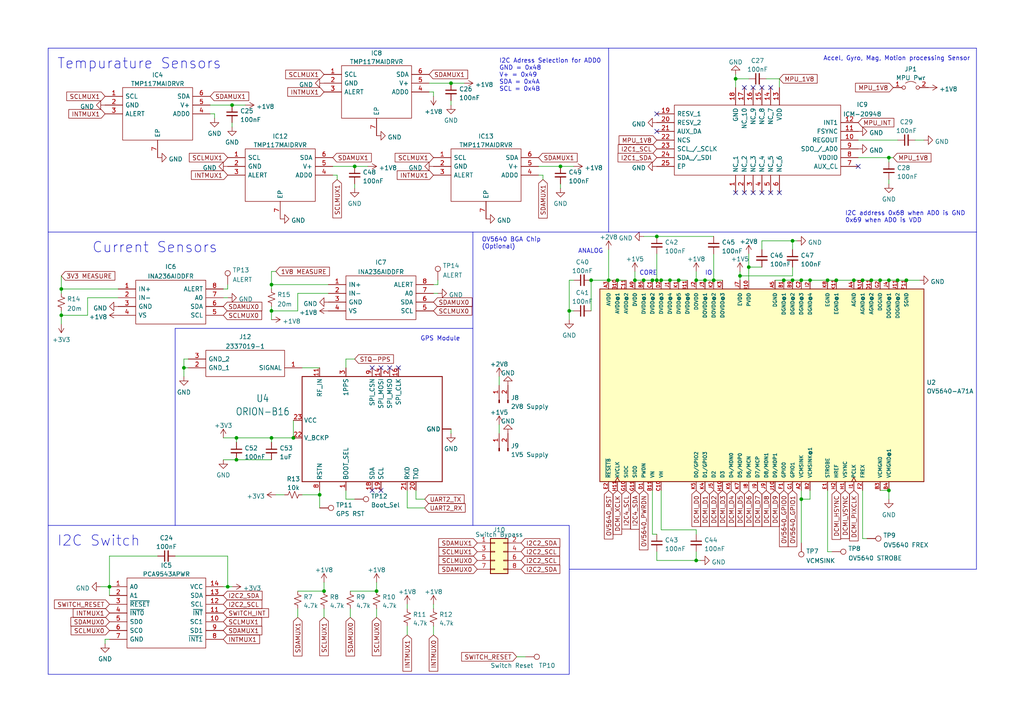
<source format=kicad_sch>
(kicad_sch (version 20230121) (generator eeschema)
  (paper "A4")
  (title_block (title "OBC Prototype Development Board") (date "2023-02-14") (rev "Rev1"))
  (junction (at 68.58 127))
  (junction (at 93.98 171.45))
  (junction (at 252.73 81.28))
  (junction (at 67.31 30.48))
  (junction (at 17.78 83.82))
  (junction (at 78.74 127))
  (junction (at 85.09 127))
  (junction (at 217.17 77.47))
  (junction (at 257.81 142.24))
  (junction (at 229.87 81.28))
  (junction (at 109.22 171.45))
  (junction (at 257.81 81.28))
  (junction (at 204.47 81.28))
  (junction (at 31.75 170.18))
  (junction (at 17.78 91.44))
  (junction (at 191.77 81.28))
  (junction (at 68.58 133.35))
  (junction (at 179.07 81.28))
  (junction (at 262.89 81.28))
  (junction (at 232.41 144.78))
  (junction (at 190.5 68.58))
  (junction (at 255.27 81.28))
  (junction (at 196.85 81.28))
  (junction (at 176.53 81.28))
  (junction (at 92.71 143.51))
  (junction (at 229.87 69.85))
  (junction (at 257.81 45.72))
  (junction (at 260.35 81.28))
  (junction (at 189.23 81.28))
  (junction (at 213.36 22.86))
  (junction (at 184.15 81.28))
  (junction (at 240.03 81.28))
  (junction (at 250.19 81.28))
  (junction (at 130.81 24.13))
  (junction (at 247.65 81.28))
  (junction (at 234.95 81.28))
  (junction (at 227.33 81.28))
  (junction (at 242.57 81.28))
  (junction (at 78.74 90.17))
  (junction (at 214.63 80.01))
  (junction (at 232.41 81.28))
  (junction (at 53.34 106.68))
  (junction (at 190.5 81.28))
  (junction (at 207.01 81.28))
  (junction (at 102.87 48.26))
  (junction (at 162.56 48.26))
  (junction (at 201.93 81.28))
  (junction (at 165.1 90.17))
  (junction (at 171.45 81.28))
  (junction (at 78.74 82.55))
  (junction (at 201.93 162.56))
  (junction (at 194.31 81.28))
  (junction (at 186.69 81.28))
  (junction (at 66.04 170.18))
  (no_connect (at 110.49 106.68))
  (no_connect (at 190.5 38.1))
  (no_connect (at 107.95 142.24))
  (no_connect (at 110.49 142.24))
  (no_connect (at 223.52 25.4))
  (no_connect (at 220.98 55.88))
  (no_connect (at 218.44 55.88))
  (no_connect (at 107.95 106.68))
  (no_connect (at 215.9 55.88))
  (no_connect (at 215.9 25.4))
  (no_connect (at 190.5 33.02))
  (no_connect (at 220.98 25.4))
  (no_connect (at 213.36 55.88))
  (no_connect (at 226.06 55.88))
  (no_connect (at 248.92 48.26))
  (no_connect (at 223.52 55.88))
  (no_connect (at 113.03 106.68))
  (no_connect (at 115.57 106.68))
  (no_connect (at 218.44 25.4))
  (wire (pts (xy 257.81 144.78) (xy 257.81 142.24)))
  (wire (pts (xy 232.41 81.28) (xy 234.95 81.28)))
  (wire (pts (xy 54.61 106.68) (xy 53.34 106.68)))
  (wire (pts (xy 232.41 144.78) (xy 232.41 157.48)))
  (wire (pts (xy 25.4 86.36) (xy 25.4 91.44)))
  (wire (pts (xy 144.78 123.19) (xy 144.78 125.73)))
  (wire (pts (xy 85.09 121.92) (xy 85.09 127)))
  (wire (pts (xy 92.71 143.51) (xy 92.71 147.32)))
  (wire (pts (xy 217.17 77.47) (xy 217.17 81.28)))
  (wire (pts (xy 255.27 142.24) (xy 257.81 142.24)))
  (wire (pts (xy 30.48 185.42) (xy 31.75 185.42)))
  (wire (pts (xy 229.87 69.85) (xy 231.14 69.85)))
  (wire (pts (xy 78.74 78.74) (xy 78.74 82.55)))
  (wire (pts (xy 190.5 160.02) (xy 190.5 162.56)))
  (wire (pts (xy 62.23 34.29) (xy 62.23 33.02)))
  (wire (pts (xy 102.87 53.34) (xy 102.87 54.61)))
  (wire (pts (xy 66.04 161.29) (xy 50.8 161.29)))
  (wire (pts (xy 162.56 48.26) (xy 166.37 48.26)))
  (wire (pts (xy 102.87 48.26) (xy 106.68 48.26)))
  (polyline (pts (xy 176.53 13.97) (xy 176.53 67.31)))
  (wire (pts (xy 64.77 133.35) (xy 68.58 133.35)))
  (wire (pts (xy 109.22 176.53) (xy 109.22 179.07)))
  (wire (pts (xy 120.65 144.78) (xy 123.19 144.78)))
  (wire (pts (xy 67.31 35.56) (xy 67.31 36.83)))
  (wire (pts (xy 127 81.28) (xy 127 82.55)))
  (wire (pts (xy 68.58 127) (xy 78.74 127)))
  (wire (pts (xy 157.48 50.8) (xy 156.21 50.8)))
  (wire (pts (xy 152.4 190.5) (xy 149.86 190.5)))
  (wire (pts (xy 96.52 48.26) (xy 102.87 48.26)))
  (wire (pts (xy 201.93 153.67) (xy 201.93 154.94)))
  (polyline (pts (xy 13.97 195.58) (xy 165.1 195.58)))
  (wire (pts (xy 100.33 104.14) (xy 100.33 106.68)))
  (wire (pts (xy 229.87 81.28) (xy 232.41 81.28)))
  (wire (pts (xy 201.93 78.74) (xy 201.93 81.28)))
  (wire (pts (xy 124.46 24.13) (xy 130.81 24.13)))
  (wire (pts (xy 217.17 73.66) (xy 217.17 77.47)))
  (wire (pts (xy 189.23 142.24) (xy 189.23 154.94)))
  (wire (pts (xy 118.11 181.61) (xy 118.11 184.15)))
  (wire (pts (xy 30.48 186.69) (xy 30.48 185.42)))
  (wire (pts (xy 101.6 176.53) (xy 101.6 179.07)))
  (wire (pts (xy 209.55 81.28) (xy 207.01 81.28)))
  (wire (pts (xy 86.36 176.53) (xy 86.36 179.07)))
  (wire (pts (xy 214.63 78.74) (xy 214.63 80.01)))
  (wire (pts (xy 100.33 142.24) (xy 100.33 144.78)))
  (wire (pts (xy 109.22 168.91) (xy 109.22 171.45)))
  (wire (pts (xy 184.15 78.74) (xy 184.15 81.28)))
  (wire (pts (xy 165.1 90.17) (xy 165.1 92.71)))
  (polyline (pts (xy 13.97 13.97) (xy 176.53 13.97)))
  (wire (pts (xy 95.25 82.55) (xy 78.74 82.55)))
  (wire (pts (xy 87.63 143.51) (xy 92.71 143.51)))
  (wire (pts (xy 257.81 81.28) (xy 260.35 81.28)))
  (wire (pts (xy 127 85.09) (xy 125.73 85.09)))
  (wire (pts (xy 248.92 40.64) (xy 260.35 40.64)))
  (wire (pts (xy 252.73 81.28) (xy 255.27 81.28)))
  (wire (pts (xy 130.81 24.13) (xy 134.62 24.13)))
  (wire (pts (xy 86.36 85.09) (xy 95.25 85.09)))
  (wire (pts (xy 92.71 142.24) (xy 92.71 143.51)))
  (wire (pts (xy 250.19 156.21) (xy 251.46 156.21)))
  (wire (pts (xy 97.79 50.8) (xy 96.52 50.8)))
  (wire (pts (xy 220.98 72.39) (xy 220.98 69.85)))
  (wire (pts (xy 17.78 85.09) (xy 17.78 83.82)))
  (wire (pts (xy 189.23 154.94) (xy 190.5 154.94)))
  (wire (pts (xy 257.81 45.72) (xy 257.81 46.99)))
  (wire (pts (xy 201.93 162.56) (xy 203.2 162.56)))
  (wire (pts (xy 97.79 52.07) (xy 97.79 50.8)))
  (wire (pts (xy 220.98 69.85) (xy 229.87 69.85)))
  (wire (pts (xy 125.73 27.94) (xy 125.73 26.67)))
  (wire (pts (xy 255.27 81.28) (xy 257.81 81.28)))
  (wire (pts (xy 78.74 83.82) (xy 78.74 82.55)))
  (wire (pts (xy 207.01 81.28) (xy 204.47 81.28)))
  (wire (pts (xy 93.98 176.53) (xy 93.98 179.07)))
  (wire (pts (xy 127 82.55) (xy 125.73 82.55)))
  (polyline (pts (xy 50.8 95.25) (xy 50.8 152.4)))
  (wire (pts (xy 29.21 170.18) (xy 31.75 170.18)))
  (wire (pts (xy 250.19 142.24) (xy 250.19 156.21)))
  (polyline (pts (xy 176.53 67.31) (xy 283.21 67.31)))
  (wire (pts (xy 190.5 68.58) (xy 186.69 68.58)))
  (wire (pts (xy 118.11 142.24) (xy 118.11 147.32)))
  (polyline (pts (xy 13.97 67.31) (xy 13.97 152.4)))
  (wire (pts (xy 17.78 91.44) (xy 17.78 90.17)))
  (wire (pts (xy 78.74 127) (xy 78.74 128.27)))
  (polyline (pts (xy 137.16 95.25) (xy 50.8 95.25)))
  (polyline (pts (xy 283.21 67.31) (xy 283.21 165.1)))
  (wire (pts (xy 176.53 81.28) (xy 179.07 81.28)))
  (wire (pts (xy 25.4 86.36) (xy 34.29 86.36)))
  (wire (pts (xy 125.73 26.67) (xy 124.46 26.67)))
  (wire (pts (xy 199.39 81.28) (xy 196.85 81.28)))
  (wire (pts (xy 66.04 86.36) (xy 64.77 86.36)))
  (wire (pts (xy 31.75 161.29) (xy 31.75 170.18)))
  (wire (pts (xy 250.19 81.28) (xy 252.73 81.28)))
  (wire (pts (xy 66.04 170.18) (xy 67.31 170.18)))
  (wire (pts (xy 68.58 127) (xy 68.58 128.27)))
  (wire (pts (xy 130.81 29.21) (xy 130.81 30.48)))
  (wire (pts (xy 248.92 45.72) (xy 257.81 45.72)))
  (polyline (pts (xy 13.97 195.58) (xy 13.97 152.4)))
  (wire (pts (xy 214.63 80.01) (xy 229.87 80.01)))
  (wire (pts (xy 213.36 22.86) (xy 217.17 22.86)))
  (wire (pts (xy 86.36 85.09) (xy 86.36 90.17)))
  (wire (pts (xy 144.78 109.22) (xy 144.78 111.76)))
  (wire (pts (xy 204.47 81.28) (xy 201.93 81.28)))
  (wire (pts (xy 191.77 142.24) (xy 191.77 153.67)))
  (wire (pts (xy 123.19 147.32) (xy 118.11 147.32)))
  (wire (pts (xy 171.45 90.17) (xy 171.45 81.28)))
  (wire (pts (xy 240.03 142.24) (xy 240.03 160.02)))
  (polyline (pts (xy 283.21 165.1) (xy 165.1 165.1)))
  (polyline (pts (xy 176.53 67.31) (xy 13.97 67.31)))
  (wire (pts (xy 186.69 81.28) (xy 184.15 81.28)))
  (wire (pts (xy 190.5 81.28) (xy 189.23 81.28)))
  (wire (pts (xy 240.03 160.02) (xy 241.3 160.02)))
  (wire (pts (xy 118.11 175.26) (xy 118.11 176.53)))
  (wire (pts (xy 165.1 81.28) (xy 165.1 90.17)))
  (wire (pts (xy 242.57 81.28) (xy 247.65 81.28)))
  (wire (pts (xy 125.73 175.26) (xy 125.73 176.53)))
  (wire (pts (xy 220.98 77.47) (xy 217.17 77.47)))
  (wire (pts (xy 232.41 142.24) (xy 232.41 144.78)))
  (wire (pts (xy 31.75 170.18) (xy 31.75 172.72)))
  (wire (pts (xy 207.01 73.66) (xy 207.01 81.28)))
  (wire (pts (xy 45.72 161.29) (xy 31.75 161.29)))
  (wire (pts (xy 101.6 171.45) (xy 109.22 171.45)))
  (wire (pts (xy 93.98 168.91) (xy 93.98 171.45)))
  (wire (pts (xy 207.01 68.58) (xy 190.5 68.58)))
  (wire (pts (xy 54.61 104.14) (xy 53.34 104.14)))
  (wire (pts (xy 196.85 81.28) (xy 194.31 81.28)))
  (wire (pts (xy 260.35 81.28) (xy 262.89 81.28)))
  (wire (pts (xy 120.65 142.24) (xy 120.65 144.78)))
  (wire (pts (xy 64.77 127) (xy 68.58 127)))
  (wire (pts (xy 229.87 80.01) (xy 229.87 77.47)))
  (wire (pts (xy 226.06 22.86) (xy 226.06 25.4)))
  (wire (pts (xy 234.95 142.24) (xy 234.95 144.78)))
  (wire (pts (xy 162.56 53.34) (xy 162.56 54.61)))
  (polyline (pts (xy 283.21 13.97) (xy 176.53 13.97)))
  (wire (pts (xy 64.77 170.18) (xy 66.04 170.18)))
  (wire (pts (xy 60.96 30.48) (xy 67.31 30.48)))
  (wire (pts (xy 102.87 104.14) (xy 100.33 104.14)))
  (wire (pts (xy 17.78 83.82) (xy 17.78 80.01)))
  (wire (pts (xy 190.5 162.56) (xy 201.93 162.56)))
  (polyline (pts (xy 283.21 13.97) (xy 283.21 67.31)))
  (wire (pts (xy 17.78 93.98) (xy 17.78 91.44)))
  (polyline (pts (xy 137.16 67.31) (xy 137.16 152.4)))
  (wire (pts (xy 86.36 171.45) (xy 93.98 171.45)))
  (wire (pts (xy 227.33 81.28) (xy 229.87 81.28)))
  (wire (pts (xy 194.31 81.28) (xy 191.77 81.28)))
  (wire (pts (xy 247.65 81.28) (xy 250.19 81.28)))
  (wire (pts (xy 191.77 153.67) (xy 201.93 153.67)))
  (polyline (pts (xy 13.97 67.31) (xy 13.97 13.97)))
  (wire (pts (xy 92.71 106.68) (xy 87.63 106.68)))
  (wire (pts (xy 191.77 81.28) (xy 190.5 81.28)))
  (wire (pts (xy 78.74 92.71) (xy 78.74 90.17)))
  (wire (pts (xy 62.23 33.02) (xy 60.96 33.02)))
  (wire (pts (xy 262.89 81.28) (xy 266.7 81.28)))
  (wire (pts (xy 156.21 48.26) (xy 162.56 48.26)))
  (wire (pts (xy 100.33 144.78) (xy 102.87 144.78)))
  (wire (pts (xy 179.07 81.28) (xy 181.61 81.28)))
  (wire (pts (xy 53.34 106.68) (xy 53.34 109.22)))
  (wire (pts (xy 190.5 73.66) (xy 190.5 81.28)))
  (wire (pts (xy 66.04 170.18) (xy 66.04 161.29)))
  (wire (pts (xy 80.01 143.51) (xy 82.55 143.51)))
  (wire (pts (xy 86.36 90.17) (xy 78.74 90.17)))
  (wire (pts (xy 222.25 22.86) (xy 226.06 22.86)))
  (wire (pts (xy 34.29 83.82) (xy 17.78 83.82)))
  (wire (pts (xy 66.04 83.82) (xy 64.77 83.82)))
  (wire (pts (xy 166.37 90.17) (xy 165.1 90.17)))
  (wire (pts (xy 240.03 81.28) (xy 242.57 81.28)))
  (wire (pts (xy 130.81 125.73) (xy 130.81 124.46)))
  (polyline (pts (xy 13.97 152.4) (xy 165.1 152.4)))
  (polyline (pts (xy 165.1 152.4) (xy 165.1 195.58)))
  (wire (pts (xy 125.73 181.61) (xy 125.73 184.15)))
  (wire (pts (xy 213.36 22.86) (xy 213.36 25.4)))
  (wire (pts (xy 265.43 40.64) (xy 267.97 40.64)))
  (wire (pts (xy 201.93 160.02) (xy 201.93 162.56)))
  (wire (pts (xy 66.04 82.55) (xy 66.04 83.82)))
  (wire (pts (xy 67.31 30.48) (xy 71.12 30.48)))
  (wire (pts (xy 176.53 72.39) (xy 176.53 81.28)))
  (wire (pts (xy 189.23 81.28) (xy 186.69 81.28)))
  (wire (pts (xy 157.48 52.07) (xy 157.48 50.8)))
  (wire (pts (xy 78.74 90.17) (xy 78.74 88.9)))
  (wire (pts (xy 229.87 72.39) (xy 229.87 69.85)))
  (wire (pts (xy 224.79 81.28) (xy 227.33 81.28)))
  (wire (pts (xy 257.81 52.07) (xy 257.81 53.34)))
  (wire (pts (xy 214.63 80.01) (xy 214.63 81.28)))
  (wire (pts (xy 257.81 45.72) (xy 259.08 45.72)))
  (wire (pts (xy 176.53 81.28) (xy 171.45 81.28)))
  (wire (pts (xy 166.37 81.28) (xy 165.1 81.28)))
  (wire (pts (xy 53.34 104.14) (xy 53.34 106.68)))
  (wire (pts (xy 68.58 133.35) (xy 78.74 133.35)))
  (wire (pts (xy 78.74 127) (xy 85.09 127)))
  (wire (pts (xy 213.36 21.59) (xy 213.36 22.86)))
  (wire (pts (xy 234.95 144.78) (xy 232.41 144.78)))
  (wire (pts (xy 80.01 78.74) (xy 78.74 78.74)))
  (wire (pts (xy 234.95 81.28) (xy 240.03 81.28)))
  (wire (pts (xy 25.4 91.44) (xy 17.78 91.44)))
  (text "ANALOG" (at 167.64 73.66 0) (effects (font (size 1.27 1.27)) (justify left bottom)))
  (text "Accel, Gyro, Mag, Motion processing Sensor\n" (at 238.76 17.78 0) (effects (font (size 1.27 1.27)) (justify left bottom)))
  (text "IO" (at 204.47 80.01 0) (effects (font (size 1.27 1.27)) (justify left bottom)))
  (text "I2C Adress Selection for ADD0\nGND = 0x48\nV+ = 0x49\nSDA = 0x4A\nSCL = 0x4B" (at 144.78 26.67 0) (effects (font (size 1.27 1.27)) (justify left bottom)))
  (text "Tempurature Sensors" (at 16.51 20.32 0) (effects (font (size 3 3)) (justify left bottom)))
  (text "I2C address 0x68 when AD0 is GND\n0x69 when AD0 is VDD" (at 245.11 64.77 0) (effects (font (size 1.27 1.27)) (justify left bottom)))
  (text "OV5640 BGA Chip\n(Optional)" (at 139.7 72.39 0) (effects (font (size 1.27 1.27)) (justify left bottom)))
  (text "GPS Module" (at 121.92 99.06 0) (effects (font (size 1.27 1.27)) (justify left bottom)))
  (text "Current Sensors" (at 26.67 73.66 0) (effects (font (size 3 3)) (justify left bottom)))
  (text "I2C Switch" (at 16.51 158.75 0) (effects (font (size 3 3)) (justify left bottom)))
  (text "CORE" (at 185.42 80.01 0) (effects (font (size 1.27 1.27)) (justify left bottom)))
  (global_label "DCMI_D4" (shape input) (at 212.09 142.24 270) (property "Intersheetrefs" "${INTERSHEET_REFS}" (effects hide)))
  (global_label "DCMI_D7" (shape input) (at 219.71 142.24 270) (property "Intersheetrefs" "${INTERSHEET_REFS}" (effects hide)))
  (global_label "DCMI_D5" (shape input) (at 214.63 142.24 270) (property "Intersheetrefs" "${INTERSHEET_REFS}" (effects hide)))
  (global_label "SCLMUX1" (shape input) (at 93.98 179.07 270) (property "Intersheetrefs" "${INTERSHEET_REFS}" (effects hide)))
  (global_label "OV5640_RST" (shape input) (at 176.53 142.24 270) (property "Intersheetrefs" "${INTERSHEET_REFS}" (effects hide)))
  (global_label "DCMI_XCLK" (shape input) (at 179.07 142.24 270) (property "Intersheetrefs" "${INTERSHEET_REFS}" (effects hide)))
  (global_label "SCLMUX0" (shape input) (at 31.75 182.88 180) (property "Intersheetrefs" "${INTERSHEET_REFS}" (effects hide)))
  (global_label "SWITCH_RESET" (shape input) (at 149.86 190.5 180) (property "Intersheetrefs" "${INTERSHEET_REFS}" (effects hide)))
  (global_label "SCLMUX1" (shape input) (at 97.79 52.07 270) (property "Intersheetrefs" "${INTERSHEET_REFS}" (effects hide)))
  (global_label "MPU_1V8" (shape input) (at 259.08 45.72 0) (property "Intersheetrefs" "${INTERSHEET_REFS}" (effects hide)))
  (global_label "INTMUX1" (shape input) (at 66.04 50.8 180) (property "Intersheetrefs" "${INTERSHEET_REFS}" (effects hide)))
  (global_label "UART2_RX" (shape input) (at 123.19 147.32 0) (property "Intersheetrefs" "${INTERSHEET_REFS}" (effects hide)))
  (global_label "SWITCH_INT" (shape input) (at 64.77 177.8 0) (property "Intersheetrefs" "${INTERSHEET_REFS}" (effects hide)))
  (global_label "SCLMUX1" (shape input) (at 93.98 21.59 180) (property "Intersheetrefs" "${INTERSHEET_REFS}" (effects hide)))
  (global_label "DCMI_D0" (shape input) (at 201.93 142.24 270) (property "Intersheetrefs" "${INTERSHEET_REFS}" (effects hide)))
  (global_label "OV5640_GPIO0" (shape input) (at 227.33 142.24 270) (property "Intersheetrefs" "${INTERSHEET_REFS}" (effects hide)))
  (global_label "DCMI_VSYNC" (shape input) (at 245.11 142.24 270) (property "Intersheetrefs" "${INTERSHEET_REFS}" (effects hide)))
  (global_label "3V3 MEASURE" (shape input) (at 17.78 80.01 0) (property "Intersheetrefs" "${INTERSHEET_REFS}" (effects hide)))
  (global_label "SCLMUX0" (shape input) (at 125.73 90.17 0) (property "Intersheetrefs" "${INTERSHEET_REFS}" (effects hide)))
  (global_label "SDAMUX0" (shape input) (at 31.75 180.34 180) (property "Intersheetrefs" "${INTERSHEET_REFS}" (effects hide)))
  (global_label "SDAMUX1" (shape input) (at 86.36 179.07 270) (property "Intersheetrefs" "${INTERSHEET_REFS}" (effects hide)))
  (global_label "SDAMUX0" (shape input) (at 101.6 179.07 270) (property "Intersheetrefs" "${INTERSHEET_REFS}" (effects hide)))
  (global_label "INTMUX1" (shape input) (at 118.11 184.15 270) (property "Intersheetrefs" "${INTERSHEET_REFS}" (effects hide)))
  (global_label "SDAMUX1" (shape input) (at 156.21 45.72 0) (property "Intersheetrefs" "${INTERSHEET_REFS}" (effects hide)))
  (global_label "DCMI_D2" (shape input) (at 207.01 142.24 270) (property "Intersheetrefs" "${INTERSHEET_REFS}" (effects hide)))
  (global_label "SDAMUX0" (shape input) (at 64.77 88.9 0) (property "Intersheetrefs" "${INTERSHEET_REFS}" (effects hide)))
  (global_label "MPU_1V8" (shape input) (at 226.06 22.86 0) (property "Intersheetrefs" "${INTERSHEET_REFS}" (effects hide)))
  (global_label "I2C1_SCL" (shape input) (at 190.5 43.18 180) (property "Intersheetrefs" "${INTERSHEET_REFS}" (effects hide)))
  (global_label "SCLMUX1" (shape input) (at 30.48 27.94 180) (property "Intersheetrefs" "${INTERSHEET_REFS}" (effects hide)))
  (global_label "OV5640_PWRDN" (shape input) (at 186.69 142.24 270) (property "Intersheetrefs" "${INTERSHEET_REFS}" (effects hide)))
  (global_label "SDAMUX1" (shape input) (at 64.77 182.88 0) (property "Intersheetrefs" "${INTERSHEET_REFS}" (effects hide)))
  (global_label "SCLMUX1" (shape input) (at 125.73 45.72 180) (property "Intersheetrefs" "${INTERSHEET_REFS}" (effects hide)))
  (global_label "DCMI_D3" (shape input) (at 209.55 142.24 270) (property "Intersheetrefs" "${INTERSHEET_REFS}" (effects hide)))
  (global_label "INTMUX1" (shape input) (at 125.73 50.8 180) (property "Intersheetrefs" "${INTERSHEET_REFS}" (effects hide)))
  (global_label "DCMI_D9" (shape input) (at 224.79 142.24 270) (property "Intersheetrefs" "${INTERSHEET_REFS}" (effects hide)))
  (global_label "DCMI_HSYNC" (shape input) (at 242.57 142.24 270) (property "Intersheetrefs" "${INTERSHEET_REFS}" (effects hide)))
  (global_label "SDAMUX1" (shape input) (at 138.43 157.48 180) (property "Intersheetrefs" "${INTERSHEET_REFS}" (effects hide)))
  (global_label "OV5640_GPIO1" (shape input) (at 229.87 142.24 270) (property "Intersheetrefs" "${INTERSHEET_REFS}" (effects hide)))
  (global_label "DCMI_D8" (shape input) (at 222.25 142.24 270) (property "Intersheetrefs" "${INTERSHEET_REFS}" (effects hide)))
  (global_label "DCMI_D6" (shape input) (at 217.17 142.24 270) (property "Intersheetrefs" "${INTERSHEET_REFS}" (effects hide)))
  (global_label "I2C2_SDA" (shape input) (at 151.13 165.1 0) (property "Intersheetrefs" "${INTERSHEET_REFS}" (effects hide)))
  (global_label "I2C2_SDA" (shape input) (at 151.13 157.48 0) (property "Intersheetrefs" "${INTERSHEET_REFS}" (effects hide)))
  (global_label "MPU_1V8" (shape input) (at 259.08 25.4 180) (property "Intersheetrefs" "${INTERSHEET_REFS}" (effects hide)))
  (global_label "INTMUX1" (shape input) (at 30.48 33.02 180) (property "Intersheetrefs" "${INTERSHEET_REFS}" (effects hide)))
  (global_label "SDAMUX0" (shape input) (at 138.43 165.1 180) (property "Intersheetrefs" "${INTERSHEET_REFS}" (effects hide)))
  (global_label "SCLMUX1" (shape input) (at 138.43 160.02 180) (property "Intersheetrefs" "${INTERSHEET_REFS}" (effects hide)))
  (global_label "I2C2_SDA" (shape input) (at 64.77 172.72 0) (property "Intersheetrefs" "${INTERSHEET_REFS}" (effects hide)))
  (global_label "UART2_TX" (shape input) (at 123.19 144.78 0) (property "Intersheetrefs" "${INTERSHEET_REFS}" (effects hide)))
  (global_label "I2C1_SDA" (shape input) (at 190.5 45.72 180) (property "Intersheetrefs" "${INTERSHEET_REFS}" (effects hide)))
  (global_label "INTMUX0" (shape input) (at 125.73 184.15 270) (property "Intersheetrefs" "${INTERSHEET_REFS}" (effects hide)))
  (global_label "I2C4_SDA" (shape input) (at 184.15 142.24 270) (property "Intersheetrefs" "${INTERSHEET_REFS}" (effects hide)))
  (global_label "SDAMUX1" (shape input) (at 96.52 45.72 0) (property "Intersheetrefs" "${INTERSHEET_REFS}" (effects hide)))
  (global_label "1V8 MEASURE" (shape input) (at 80.01 78.74 0) (property "Intersheetrefs" "${INTERSHEET_REFS}" (effects hide)))
  (global_label "INTMUX1" (shape input) (at 64.77 185.42 0) (property "Intersheetrefs" "${INTERSHEET_REFS}" (effects hide)))
  (global_label "MPU_1V8" (shape input) (at 190.5 40.64 180) (property "Intersheetrefs" "${INTERSHEET_REFS}" (effects hide)))
  (global_label "INTMUX1" (shape input) (at 93.98 26.67 180) (property "Intersheetrefs" "${INTERSHEET_REFS}" (effects hide)))
  (global_label "INTMUX1" (shape input) (at 31.75 177.8 180) (property "Intersheetrefs" "${INTERSHEET_REFS}" (effects hide)))
  (global_label "SDAMUX1" (shape input) (at 157.48 52.07 270) (property "Intersheetrefs" "${INTERSHEET_REFS}" (effects hide)))
  (global_label "SCLMUX0" (shape input) (at 64.77 91.44 0) (property "Intersheetrefs" "${INTERSHEET_REFS}" (effects hide)))
  (global_label "DCMI_PIXCLK" (shape input) (at 247.65 142.24 270) (property "Intersheetrefs" "${INTERSHEET_REFS}" (effects hide)))
  (global_label "I2C2_SCL" (shape input) (at 64.77 175.26 0) (property "Intersheetrefs" "${INTERSHEET_REFS}" (effects hide)))
  (global_label "SCLMUX1" (shape input) (at 66.04 45.72 180) (property "Intersheetrefs" "${INTERSHEET_REFS}" (effects hide)))
  (global_label "SDAMUX1" (shape input) (at 60.96 27.94 0) (property "Intersheetrefs" "${INTERSHEET_REFS}" (effects hide)))
  (global_label "STQ-PPS" (shape input) (at 102.87 104.14 0) (property "Intersheetrefs" "${INTERSHEET_REFS}" (effects hide)))
  (global_label "SCLMUX0" (shape input) (at 109.22 179.07 270) (property "Intersheetrefs" "${INTERSHEET_REFS}" (effects hide)))
  (global_label "SDAMUX1" (shape input) (at 124.46 21.59 0) (property "Intersheetrefs" "${INTERSHEET_REFS}" (effects hide)))
  (global_label "SCLMUX1" (shape input) (at 64.77 180.34 0) (property "Intersheetrefs" "${INTERSHEET_REFS}" (effects hide)))
  (global_label "SDAMUX0" (shape input) (at 125.73 87.63 0) (property "Intersheetrefs" "${INTERSHEET_REFS}" (effects hide)))
  (global_label "I2C2_SCL" (shape input) (at 151.13 160.02 0) (property "Intersheetrefs" "${INTERSHEET_REFS}" (effects hide)))
  (global_label "MPU_INT" (shape input) (at 248.92 35.56 0) (property "Intersheetrefs" "${INTERSHEET_REFS}" (effects hide)))
  (global_label "I2C2_SCL" (shape input) (at 151.13 162.56 0) (property "Intersheetrefs" "${INTERSHEET_REFS}" (effects hide)))
  (global_label "DCMI_D1" (shape input) (at 204.47 142.24 270) (property "Intersheetrefs" "${INTERSHEET_REFS}" (effects hide)))
  (global_label "I2C4_SCL" (shape input) (at 181.61 142.24 270) (property "Intersheetrefs" "${INTERSHEET_REFS}" (effects hide)))
  (global_label "SCLMUX0" (shape input) (at 138.43 162.56 180) (property "Intersheetrefs" "${INTERSHEET_REFS}" (effects hide)))
  (global_label "SWITCH_RESET" (shape input) (at 31.75 175.26 180) (property "Intersheetrefs" "${INTERSHEET_REFS}" (effects hide)))
  (symbol (lib_id "ICM-20948:ICM-20948") (at 213.36 55.88 90) (unit 1)
    (property "Reference" "IC9" (at 250.1037 30.336 90))
    (property "Value" "ICM-20948" (at 250.1037 33.1111 90))
    (property "Footprint" "ICM-20948:QFN40P300X300X105-25N-D" (effects hide))
    (property "Datasheet" "https://product.tdk.com/system/files/dam/doc/product/sensor/mortion-inertial/imu/data_sheet/ds-000189-icm-20948-v1.3.pdf" (effects hide))
    (property "Description" "IMUs - Inertial Measurement Units World\\'s Lowest Power 9-Axis MEMS MotionTracking Device" (effects hide))
    (property "Height" "1.05" (effects hide))
    (property "Mouser Part Number" "410-ICM-20948" (effects hide))
    (property "Mouser Price/Stock" "https://www.mouser.co.uk/ProductDetail/TDK-InvenSense/ICM-20948?qs=u4fy%2FsgLU9OtGc31yF%2Friw%3D%3D" (effects hide))
    (property "Manufacturer_Name" "TDK" (effects hide))
    (property "Manufacturer_Part_Number" "ICM-20948" (effects hide))
  )
  (symbol (lib_id "power:GND") (at 248.92 43.18 90) (unit 1)
    (property "Reference" "#PWR0159" (effects hide))
    (property "Value" "GND" (at 252.095 43.6138 90) (effects (justify right)))
  )
  (symbol (lib_id "TMP117MAIDRVR:TMP117MAIDRVR") (at 30.48 27.94 0) (unit 1)
    (property "Reference" "IC4" (at 45.72 21.751 0))
    (property "Value" "TMP117MAIDRVR" (at 45.72 24.2879 0))
    (property "Footprint" "TMP117MAIDRVR:SON65P200X200X80-7N" (effects hide))
    (property "Datasheet" "http://www.ti.com/lit/gpn/tmp117" (effects hide))
    (property "Description" "+/-0.1C Accurate Digital Temperature Sensor with Integrated NV Memory" (effects hide))
    (property "Height" "0.8" (effects hide))
    (property "Mouser Part Number" "595-TMP117MAIDRVR" (effects hide))
    (property "Mouser Price/Stock" "https://www.mouser.co.uk/ProductDetail/Texas-Instruments/TMP117MAIDRVR?qs=qSfuJ%252Bfl%2Fd6ns6kYPunSVg%3D%3D" (effects hide))
    (property "Manufacturer_Name" "Texas Instruments" (effects hide))
    (property "Manufacturer_Part_Number" "TMP117MAIDRVR" (effects hide))
  )
  (symbol (lib_id "power:GND") (at 102.87 54.61 0) (unit 1)
    (property "Reference" "#PWR0242" (effects hide))
    (property "Value" "GND" (at 102.87 59.0534 0))
  )
  (symbol (lib_id "power:GND") (at 109.22 39.37 90) (unit 1)
    (property "Reference" "#PWR0168" (effects hide))
    (property "Value" "GND" (at 112.395 39.8038 90) (effects (justify right)))
  )
  (symbol (lib_id "Device:C_Small") (at 219.71 22.86 90) (unit 1)
    (property "Reference" "C27" (at 219.7163 17.5981 90))
    (property "Value" "100nF" (at 219.7163 20.135 90))
    (property "Footprint" "Capacitor_SMD:C_0402_1005Metric" (effects hide))
  )
  (symbol (lib_id "power:GND") (at 93.98 24.13 270) (unit 1)
    (property "Reference" "#PWR0173" (effects hide))
    (property "Value" "GND" (at 90.8051 24.5638 90) (effects (justify right)))
  )
  (symbol (lib_id "power:GND") (at 45.72 45.72 90) (unit 1)
    (property "Reference" "#PWR0170" (effects hide))
    (property "Value" "GND" (at 48.895 46.1538 90) (effects (justify right)))
  )
  (symbol (lib_name "+2V8_1") (lib_id "power:+2V8") (at 144.78 109.22 0) (unit 1)
    (property "Reference" "#PWR0228" (effects hide))
    (property "Value" "+2V8" (at 144.78 105.6442 0))
  )
  (symbol (lib_id "power:+1V8") (at 269.24 25.4 270) (unit 1)
    (property "Reference" "#PWR0156" (effects hide))
    (property "Value" "+1V8" (at 272.415 25.8338 90) (effects (justify left)))
  )
  (symbol (lib_id "Device:C_Small") (at 102.87 50.8 0) (unit 1)
    (property "Reference" "C48" (at 105.1941 49.9716 0) (effects (justify left)))
    (property "Value" "100nF" (at 105.1941 52.5085 0) (effects (justify left)))
    (property "Footprint" "Capacitor_SMD:C_0402_1005Metric" (effects hide))
  )
  (symbol (lib_id "orion-b16:ORION-B16") (at 107.95 124.46 90) (unit 1)
    (property "Reference" "U4" (at 76.2 115.57 90) (effects (font (size 2.0828 1.7703))))
    (property "Value" "ORION-B16" (at 76.2 119.38 90) (effects (font (size 2.0828 1.7703))))
    (property "Footprint" "Venus838FLPx:U-SkyTraq-ORION-B16" (effects hide))
    (property "Datasheet" "https://navspark.mybigcommerce.com/content/Orion_B16_DS.pdf" (effects hide))
  )
  (symbol (lib_id "2337019-1:2337019-1") (at 87.63 106.68 180) (unit 1)
    (property "Reference" "J12" (at 71.12 97.6843 0))
    (property "Value" "2337019-1" (at 71.12 100.4594 0))
    (property "Footprint" "2337019-1:23370191" (effects hide))
    (property "Datasheet" "https://www.te.com/commerce/DocumentDelivery/DDEController?Action=showdoc&DocId=Customer+Drawing%7FC-2337019%7FA3%7Fpdf%7FEnglish%7FENG_CD_C-2337019_A3.pdf%7F2337019-1" (effects hide))
    (property "Description" "RF Connectors / Coaxial Connectors MicroCoax receptacle UMCC Gen 1" (effects hide))
    (property "Height" "1.4" (effects hide))
    (property "Mouser Part Number" "571-2337019-1" (effects hide))
    (property "Mouser Price/Stock" "https://www.mouser.co.uk/ProductDetail/TE-Connectivity/2337019-1?qs=l4Gc20tDgJIuN7nS9rJkJw%3D%3D" (effects hide))
    (property "Manufacturer_Name" "TE Connectivity" (effects hide))
    (property "Manufacturer_Part_Number" "2337019-1" (effects hide))
  )
  (symbol (lib_name "GND_5") (lib_id "power:GND") (at 257.81 144.78 0) (unit 1)
    (property "Reference" "#PWR0237" (effects hide))
    (property "Value" "GND" (at 257.81 149.3425 0))
  )
  (symbol (lib_name "+1V8_4") (lib_id "power:+1V8") (at 118.11 175.26 0) (unit 1)
    (property "Reference" "#PWR0163" (effects hide))
    (property "Value" "+1V8" (at 118.11 171.6555 0))
  )
  (symbol (lib_name "GND_8") (lib_id "power:GND") (at 186.69 68.58 270) (unit 1)
    (property "Reference" "#PWR0235" (effects hide))
    (property "Value" "GND" (at 183.5151 69.059 90) (effects (justify right)))
  )
  (symbol (lib_id "Connector:TestPoint") (at 102.87 144.78 270) (unit 1)
    (property "Reference" "TP12" (at 107.569 143.9453 90) (effects (justify left)))
    (property "Value" "Boot_Sel" (at 107.569 146.4822 90) (effects (justify left)))
    (property "Footprint" "TestPoint:TestPoint_Pad_1.5x1.5mm" (effects hide))
  )
  (symbol (lib_id "PCA9543APWR:PCA9543APWR") (at 31.75 170.18 0) (unit 1)
    (property "Reference" "IC5" (at 48.26 163.991 0))
    (property "Value" "PCA9543APWR" (at 48.26 166.5279 0))
    (property "Footprint" "PCA9543APWR:SOP65P640X120-14N" (effects hide))
    (property "Datasheet" "http://www.ti.com/lit/gpn/pca9543a" (effects hide))
    (property "Description" "Two-Channel I2C-Bus Switch With Interrupt Logic and Reset" (effects hide))
    (property "Height" "1.2" (effects hide))
    (property "Mouser Part Number" "595-PCA9543APWR" (effects hide))
    (property "Mouser Price/Stock" "https://www.mouser.co.uk/ProductDetail/Texas-Instruments/PCA9543APWR?qs=ToK3%2FczOkx8NIZmj1rmnww%3D%3D" (effects hide))
    (property "Manufacturer_Name" "Texas Instruments" (effects hide))
    (property "Manufacturer_Part_Number" "PCA9543APWR" (effects hide))
  )
  (symbol (lib_id "power:GND") (at 29.21 170.18 270) (unit 1)
    (property "Reference" "#PWR0181" (effects hide))
    (property "Value" "GND" (at 26.0351 170.6138 90) (effects (justify right)))
  )
  (symbol (lib_id "Device:C_Small") (at 220.98 74.93 0) (unit 1)
    (property "Reference" "C46" (at 223.3041 74.1016 0) (effects (justify left)))
    (property "Value" "100nF" (at 223.3041 76.6385 0) (effects (justify left)))
    (property "Footprint" "Capacitor_SMD:C_0402_1005Metric" (effects hide))
  )
  (symbol (lib_id "power:GND") (at 62.23 34.29 0) (unit 1)
    (property "Reference" "#PWR0171" (effects hide))
    (property "Value" "GND" (at 62.23 38.7334 0))
  )
  (symbol (lib_id "Connector:TestPoint") (at 92.71 147.32 270) (unit 1)
    (property "Reference" "TP11" (at 97.409 146.4853 90) (effects (justify left)))
    (property "Value" "GPS RST" (at 97.409 149.0222 90) (effects (justify left)))
    (property "Footprint" "TestPoint:TestPoint_Pad_1.5x1.5mm" (effects hide))
  )
  (symbol (lib_id "power:GND") (at 140.97 63.5 90) (unit 1)
    (property "Reference" "#PWR0240" (effects hide))
    (property "Value" "GND" (at 144.145 63.9338 90) (effects (justify right)))
  )
  (symbol (lib_id "INA236AIDDFR:INA236AIDDFR") (at 95.25 82.55 0) (unit 1)
    (property "Reference" "IC7" (at 110.49 76.0943 0))
    (property "Value" "INA236AIDDFR" (at 110.49 78.8694 0))
    (property "Footprint" "INA236AIDDFR:SOP65P280X110-8N" (effects hide))
    (property "Datasheet" "https://www.ti.com/lit/ds/symlink/ina236.pdf" (effects hide))
    (property "Description" "Texas Instruments" (effects hide))
    (property "Height" "1.1" (effects hide))
    (property "Manufacturer_Name" "Texas Instruments" (effects hide))
    (property "Manufacturer_Part_Number" "INA236AIDDFR" (effects hide))
    (property "Mouser Part Number" "595-INA236AIDDFR" (effects hide))
    (property "Mouser Price/Stock" "https://www.mouser.co.uk/ProductDetail/Texas-Instruments/INA236AIDDFR?qs=amGC7iS6iy%252BrvgC7WgsvdQ%3D%3D" (effects hide))
  )
  (symbol (lib_id "power:GND") (at 67.31 36.83 0) (unit 1)
    (property "Reference" "#PWR0172" (effects hide))
    (property "Value" "GND" (at 67.31 41.2734 0))
  )
  (symbol (lib_id "Device:C_Small") (at 130.81 26.67 0) (unit 1)
    (property "Reference" "C26" (at 133.1341 25.8416 0) (effects (justify left)))
    (property "Value" "100nF" (at 133.1341 28.3785 0) (effects (justify left)))
    (property "Footprint" "Capacitor_SMD:C_0402_1005Metric" (effects hide))
  )
  (symbol (lib_id "Device:R_Small_US") (at 125.73 179.07 0) (unit 1)
    (property "Reference" "R12" (at 127.381 178.2353 0) (effects (justify left)))
    (property "Value" "4.7k" (at 127.381 180.7722 0) (effects (justify left)))
    (property "Footprint" "Resistor_SMD:R_0402_1005Metric" (effects hide))
  )
  (symbol (lib_id "Device:C_Small") (at 168.91 81.28 90) (unit 1)
    (property "Reference" "C40" (at 168.9163 76.0181 90))
    (property "Value" "100nF" (at 168.9163 78.555 90))
    (property "Footprint" "Capacitor_SMD:C_0402_1005Metric" (effects hide))
  )
  (symbol (lib_name "+1V8_4") (lib_id "power:+1V8") (at 125.73 175.26 0) (unit 1)
    (property "Reference" "#PWR0167" (effects hide))
    (property "Value" "+1V8" (at 125.73 171.6555 0))
  )
  (symbol (lib_name "+1V8_4") (lib_id "power:+1V8") (at 109.22 168.91 0) (unit 1)
    (property "Reference" "#PWR0165" (effects hide))
    (property "Value" "+1V8" (at 109.22 165.3055 0))
  )
  (symbol (lib_name "GND_7") (lib_id "power:GND") (at 231.14 69.85 90) (unit 1)
    (property "Reference" "#PWR0230" (effects hide))
    (property "Value" "GND" (at 234.315 70.329 90) (effects (justify right)))
  )
  (symbol (lib_id "power:GND") (at 30.48 186.69 0) (unit 1)
    (property "Reference" "#PWR0182" (effects hide))
    (property "Value" "GND" (at 30.48 191.1334 0))
  )
  (symbol (lib_id "Device:R_Small_US") (at 93.98 173.99 0) (unit 1)
    (property "Reference" "R8" (at 95.631 173.1553 0) (effects (justify left)))
    (property "Value" "4.7k" (at 95.631 175.6922 0) (effects (justify left)))
    (property "Footprint" "Resistor_SMD:R_0402_1005Metric" (effects hide))
  )
  (symbol (lib_id "Connector:TestPoint") (at 152.4 190.5 270) (unit 1)
    (property "Reference" "TP10" (at 156.21 193.04 90) (effects (justify left)))
    (property "Value" "Switch Reset" (at 142.24 193.04 90) (effects (justify left)))
    (property "Footprint" "TestPoint:TestPoint_Pad_2.0x2.0mm" (effects hide))
  )
  (symbol (lib_id "Device:C_Small") (at 190.5 157.48 0) (unit 1)
    (property "Reference" "C43" (at 192.8241 156.6516 0) (effects (justify left)))
    (property "Value" "100nF" (at 192.8241 159.1885 0) (effects (justify left)))
    (property "Footprint" "Capacitor_SMD:C_0402_1005Metric" (effects hide))
  )
  (symbol (lib_id "Connector_Generic:Conn_02x04_Odd_Even") (at 143.51 160.02 0) (unit 1)
    (property "Reference" "J10" (at 144.78 153.67 0))
    (property "Value" "Switch Bypass" (at 144.78 155.0471 0))
    (property "Footprint" "Connector_PinHeader_2.54mm:PinHeader_2x04_P2.54mm_Vertical" (effects hide))
  )
  (symbol (lib_id "Device:R_Small_US") (at 109.22 173.99 0) (unit 1)
    (property "Reference" "R10" (at 110.871 173.1553 0) (effects (justify left)))
    (property "Value" "4.7k" (at 110.871 175.6922 0) (effects (justify left)))
    (property "Footprint" "Resistor_SMD:R_0402_1005Metric" (effects hide))
  )
  (symbol (lib_id "power:+2V8") (at 176.53 72.39 0) (unit 1)
    (property "Reference" "#PWR0234" (effects hide))
    (property "Value" "+2V8" (at 176.53 68.7855 0))
  )
  (symbol (lib_id "power:GND") (at 213.36 21.59 180) (unit 1)
    (property "Reference" "#PWR0158" (effects hide))
    (property "Value" "GND" (at 213.36 18.0142 0))
  )
  (symbol (lib_id "power:GND") (at 130.81 125.73 0) (unit 1)
    (property "Reference" "#PWR0252" (effects hide))
    (property "Value" "GND" (at 130.81 130.1734 0))
  )
  (symbol (lib_id "power:GND") (at 125.73 48.26 270) (unit 1)
    (property "Reference" "#PWR0243" (effects hide))
    (property "Value" "GND" (at 122.5551 48.6938 90) (effects (justify right)))
  )
  (symbol (lib_id "Device:C_Small") (at 262.89 40.64 90) (unit 1)
    (property "Reference" "C29" (at 262.8963 35.3781 90))
    (property "Value" "100nF" (at 262.8963 37.915 90))
    (property "Footprint" "Capacitor_SMD:C_0402_1005Metric" (effects hide))
  )
  (symbol (lib_id "power:+1V8") (at 125.73 27.94 180) (unit 1)
    (property "Reference" "#PWR0175" (effects hide))
    (property "Value" "+1V8" (at 125.73 32.3834 0))
  )
  (symbol (lib_id "Device:R_Small_US") (at 86.36 173.99 0) (unit 1)
    (property "Reference" "R7" (at 88.011 173.1553 0) (effects (justify left)))
    (property "Value" "4.7k" (at 88.011 175.6922 0) (effects (justify left)))
    (property "Footprint" "Resistor_SMD:R_0402_1005Metric" (effects hide))
  )
  (symbol (lib_name "+1V8_3") (lib_id "power:+1V8") (at 78.74 92.71 270) (unit 1)
    (property "Reference" "#PWR0162" (effects hide))
    (property "Value" "+1V8" (at 81.915 93.189 90) (effects (justify left)))
  )
  (symbol (lib_id "OV5640-A71A:OV5640-A71A") (at 222.25 111.76 90) (unit 1)
    (property "Reference" "U2" (at 268.732 110.9253 90) (effects (justify right)))
    (property "Value" "OV5640-A71A" (at 268.732 113.4622 90) (effects (justify right)))
    (property "Footprint" "OV5640-A71A:BGA71C50P11X11_598X584X81" (effects hide))
    (property "MANUFACTURER" "Omnivision" (effects hide))
  )
  (symbol (lib_id "power:GND") (at 190.5 48.26 270) (unit 1)
    (property "Reference" "#PWR0154" (effects hide))
    (property "Value" "GND" (at 187.3251 48.6938 90) (effects (justify right)))
  )
  (symbol (lib_id "power:GND") (at 147.32 125.73 180) (unit 1)
    (property "Reference" "#PWR0225" (effects hide))
    (property "Value" "GND" (at 147.32 122.1542 0))
  )
  (symbol (lib_id "power:GND") (at 147.32 111.76 180) (unit 1)
    (property "Reference" "#PWR0226" (effects hide))
    (property "Value" "GND" (at 147.32 108.1842 0))
  )
  (symbol (lib_id "Device:C_Small") (at 229.87 74.93 0) (unit 1)
    (property "Reference" "C47" (at 232.1941 74.1016 0) (effects (justify left)))
    (property "Value" "100nF" (at 232.1941 76.6385 0) (effects (justify left)))
    (property "Footprint" "Capacitor_SMD:C_0402_1005Metric" (effects hide))
  )
  (symbol (lib_id "power:GND") (at 162.56 54.61 0) (unit 1)
    (property "Reference" "#PWR0239" (effects hide))
    (property "Value" "GND" (at 162.56 59.0534 0))
  )
  (symbol (lib_name "GND_6") (lib_id "power:GND") (at 165.1 92.71 0) (unit 1)
    (property "Reference" "#PWR0224" (effects hide))
    (property "Value" "GND" (at 165.1 97.2725 0))
  )
  (symbol (lib_id "power:+3V3") (at 64.77 127 0) (unit 1)
    (property "Reference" "#PWR0250" (effects hide))
    (property "Value" "+3V3" (at 64.77 123.4242 0))
  )
  (symbol (lib_id "power:GND") (at 190.5 35.56 270) (unit 1)
    (property "Reference" "#PWR0155" (effects hide))
    (property "Value" "GND" (at 187.3251 35.9938 90) (effects (justify right)))
  )
  (symbol (lib_id "Device:R_Small_US") (at 85.09 143.51 90) (unit 1)
    (property "Reference" "R13" (at 85.09 138.9212 90))
    (property "Value" "10k" (at 85.09 141.4581 90))
    (property "Footprint" "Resistor_SMD:R_0402_1005Metric" (effects hide))
  )
  (symbol (lib_id "Device:C_Small") (at 201.93 157.48 0) (unit 1)
    (property "Reference" "C44" (at 204.2541 156.6516 0) (effects (justify left)))
    (property "Value" "100nF" (at 204.2541 159.1885 0) (effects (justify left)))
    (property "Footprint" "Capacitor_SMD:C_0402_1005Metric" (effects hide))
  )
  (symbol (lib_id "TMP117MAIDRVR:TMP117MAIDRVR") (at 93.98 21.59 0) (unit 1)
    (property "Reference" "IC8" (at 109.22 15.401 0))
    (property "Value" "TMP117MAIDRVR" (at 109.22 17.9379 0))
    (property "Footprint" "TMP117MAIDRVR:SON65P200X200X80-7N" (effects hide))
    (property "Datasheet" "http://www.ti.com/lit/gpn/tmp117" (effects hide))
    (property "Description" "+/-0.1C Accurate Digital Temperature Sensor with Integrated NV Memory" (effects hide))
    (property "Height" "0.8" (effects hide))
    (property "Mouser Part Number" "595-TMP117MAIDRVR" (effects hide))
    (property "Mouser Price/Stock" "https://www.mouser.co.uk/ProductDetail/Texas-Instruments/TMP117MAIDRVR?qs=qSfuJ%252Bfl%2Fd6ns6kYPunSVg%3D%3D" (effects hide))
    (property "Manufacturer_Name" "Texas Instruments" (effects hide))
    (property "Manufacturer_Part_Number" "TMP117MAIDRVR" (effects hide))
  )
  (symbol (lib_name "+3V3_2") (lib_id "power:+3V3") (at 17.78 93.98 180) (unit 1)
    (property "Reference" "#PWR0178" (effects hide))
    (property "Value" "+3V3" (at 17.78 98.5425 0))
  )
  (symbol (lib_id "power:+1V8") (at 166.37 48.26 270) (unit 1)
    (property "Reference" "#PWR0245" (effects hide))
    (property "Value" "+1V8" (at 169.545 48.6938 90) (effects (justify left)))
  )
  (symbol (lib_name "+1V8_2") (lib_id "power:+1V8") (at 95.25 90.17 90) (unit 1)
    (property "Reference" "#PWR0217" (effects hide))
    (property "Value" "+1V8" (at 92.075 90.649 90) (effects (justify left)))
  )
  (symbol (lib_id "power:GND") (at 66.04 86.36 90) (unit 1)
    (property "Reference" "#PWR0161" (effects hide))
    (property "Value" "GND" (at 69.215 86.7938 90) (effects (justify right)))
  )
  (symbol (lib_name "GND_4") (lib_id "power:GND") (at 203.2 162.56 90) (unit 1)
    (property "Reference" "#PWR0229" (effects hide))
    (property "Value" "GND" (at 206.375 163.039 90) (effects (justify right)))
  )
  (symbol (lib_id "Device:R_Small_US") (at 17.78 87.63 0) (unit 1)
    (property "Reference" "R14" (at 19.431 86.7215 0) (effects (justify left)))
    (property "Value" "20m" (at 19.431 89.4966 0) (effects (justify left)))
    (property "Footprint" "Resistor_SMD:R_1020_2550Metric" (effects hide))
  )
  (symbol (lib_id "Connector:TestPoint") (at 251.46 156.21 270) (unit 1)
    (property "Reference" "TP9" (at 256.159 155.3015 90) (effects (justify left)))
    (property "Value" "OV5640 FREX" (at 256.159 158.0766 90) (effects (justify left)))
    (property "Footprint" "TestPoint:TestPoint_Pad_2.0x2.0mm" (effects hide))
  )
  (symbol (lib_id "Connector:Conn_01x02_Male") (at 144.78 130.81 90) (unit 1)
    (property "Reference" "J9" (at 148.1582 129.3403 90) (effects (justify right)))
    (property "Value" "1V5 Supply" (at 148.1582 131.8772 90) (effects (justify right)))
    (property "Footprint" "Connector_PinHeader_2.54mm:PinHeader_1x02_P2.54mm_Vertical" (effects hide))
  )
  (symbol (lib_id "power:GND") (at 266.7 81.28 90) (unit 1)
    (property "Reference" "#PWR0184" (effects hide))
    (property "Value" "GND" (at 269.875 81.7138 90) (effects (justify right)))
  )
  (symbol (lib_id "Device:R_Small_US") (at 118.11 179.07 0) (unit 1)
    (property "Reference" "R11" (at 119.761 178.2353 0) (effects (justify left)))
    (property "Value" "4.7k" (at 119.761 180.7722 0) (effects (justify left)))
    (property "Footprint" "Resistor_SMD:R_0402_1005Metric" (effects hide))
  )
  (symbol (lib_id "power:GND") (at 127 85.09 90) (unit 1)
    (property "Reference" "#PWR0177" (effects hide))
    (property "Value" "GND" (at 130.175 85.5238 90) (effects (justify right)))
  )
  (symbol (lib_id "Device:C_Small") (at 48.26 161.29 90) (unit 1)
    (property "Reference" "C24" (at 48.2663 156.0281 90))
    (property "Value" "100nF" (at 48.2663 158.565 90))
    (property "Footprint" "Capacitor_SMD:C_0402_1005Metric" (effects hide))
  )
  (symbol (lib_id "Connector:Conn_01x02_Male") (at 144.78 116.84 90) (unit 1)
    (property "Reference" "J8" (at 148.1582 115.3703 90) (effects (justify right)))
    (property "Value" "2V8 Supply" (at 148.1582 117.9072 90) (effects (justify right)))
    (property "Footprint" "Connector_PinHeader_2.54mm:PinHeader_1x02_P2.54mm_Vertical" (effects hide))
  )
  (symbol (lib_id "power:+1V8") (at 134.62 24.13 270) (unit 1)
    (property "Reference" "#PWR0164" (effects hide))
    (property "Value" "+1V8" (at 137.795 24.5638 90) (effects (justify left)))
  )
  (symbol (lib_id "Device:C_Small") (at 68.58 130.81 0) (unit 1)
    (property "Reference" "C52" (at 70.9041 129.9816 0) (effects (justify left)))
    (property "Value" "100nF" (at 70.9041 132.5185 0) (effects (justify left)))
    (property "Footprint" "Capacitor_SMD:C_0402_1005Metric" (effects hide))
  )
  (symbol (lib_id "power:GND") (at 64.77 133.35 0) (unit 1)
    (property "Reference" "#PWR0251" (effects hide))
    (property "Value" "GND" (at 64.77 137.7934 0))
  )
  (symbol (lib_id "Device:C_Small") (at 207.01 71.12 0) (unit 1)
    (property "Reference" "C45" (at 209.3341 70.2916 0) (effects (justify left)))
    (property "Value" "100nF" (at 209.3341 72.8285 0) (effects (justify left)))
    (property "Footprint" "Capacitor_SMD:C_0402_1005Metric" (effects hide))
  )
  (symbol (lib_name "GND_9") (lib_id "power:GND") (at 53.34 109.22 0) (unit 1)
    (property "Reference" "#PWR0254" (effects hide))
    (property "Value" "GND" (at 53.34 113.7825 0))
  )
  (symbol (lib_id "Device:C_Small") (at 67.31 33.02 0) (unit 1)
    (property "Reference" "C25" (at 69.6341 32.1916 0) (effects (justify left)))
    (property "Value" "100nF" (at 69.6341 34.7285 0) (effects (justify left)))
    (property "Footprint" "Capacitor_SMD:C_0402_1005Metric" (effects hide))
  )
  (symbol (lib_id "Device:R_Small_US") (at 78.74 86.36 0) (unit 1)
    (property "Reference" "R15" (at 80.391 85.4515 0) (effects (justify left)))
    (property "Value" "20m" (at 80.391 88.2266 0) (effects (justify left)))
    (property "Footprint" "Resistor_SMD:R_1020_2550Metric" (effects hide))
  )
  (symbol (lib_id "Connector:TestPoint") (at 241.3 160.02 270) (unit 1)
    (property "Reference" "TP8" (at 245.999 159.1115 90) (effects (justify left)))
    (property "Value" "OV5640 STROBE" (at 245.999 161.8866 90) (effects (justify left)))
    (property "Footprint" "TestPoint:TestPoint_Pad_2.0x2.0mm" (effects hide))
  )
  (symbol (lib_id "power:+3V3") (at 67.31 170.18 270) (unit 1)
    (property "Reference" "#PWR0183" (effects hide))
    (property "Value" "+3V3" (at 70.485 170.6138 90) (effects (justify left)))
  )
  (symbol (lib_id "power:+1V5") (at 214.63 78.74 0) (unit 1)
    (property "Reference" "#PWR0232" (effects hide))
    (property "Value" "+1V5" (at 214.63 75.1355 0))
  )
  (symbol (lib_name "+1V8_1") (lib_id "power:+1V8") (at 201.93 78.74 0) (unit 1)
    (property "Reference" "#PWR0233" (effects hide))
    (property "Value" "+1V8" (at 201.93 75.1355 0))
  )
  (symbol (lib_name "+1V8_4") (lib_id "power:+1V8") (at 93.98 168.91 0) (unit 1)
    (property "Reference" "#PWR0166" (effects hide))
    (property "Value" "+1V8" (at 93.98 165.3055 0))
  )
  (symbol (lib_id "power:+2V8") (at 217.17 73.66 0) (unit 1)
    (property "Reference" "#PWR0231" (effects hide))
    (property "Value" "+2V8" (at 217.17 70.0555 0))
  )
  (symbol (lib_id "power:GND") (at 66.04 48.26 270) (unit 1)
    (property "Reference" "#PWR0244" (effects hide))
    (property "Value" "GND" (at 62.8651 48.6938 90) (effects (justify right)))
  )
  (symbol (lib_id "INA236AIDDFR:INA236AIDDFR") (at 34.29 83.82 0) (unit 1)
    (property "Reference" "IC6" (at 49.53 77.3643 0))
    (property "Value" "INA236AIDDFR" (at 49.53 80.1394 0))
    (property "Footprint" "INA236AIDDFR:SOP65P280X110-8N" (effects hide))
    (property "Datasheet" "https://www.ti.com/lit/ds/symlink/ina236.pdf" (effects hide))
    (property "Description" "Texas Instruments" (effects hide))
    (property "Height" "1.1" (effects hide))
    (property "Manufacturer_Name" "Texas Instruments" (effects hide))
    (property "Manufacturer_Part_Number" "INA236AIDDFR" (effects hide))
    (property "Mouser Part Number" "595-INA236AIDDFR" (effects hide))
    (property "Mouser Price/Stock" "https://www.mouser.co.uk/ProductDetail/Texas-Instruments/INA236AIDDFR?qs=amGC7iS6iy%252BrvgC7WgsvdQ%3D%3D" (effects hide))
  )
  (symbol (lib_id "power:+3V3") (at 80.01 143.51 90) (unit 1)
    (property "Reference" "#PWR0253" (effects hide))
    (property "Value" "+3V3" (at 76.835 143.9438 90) (effects (justify left)))
  )
  (symbol (lib_id "Connector:TestPoint") (at 232.41 157.48 180) (unit 1)
    (property "Reference" "TP7" (at 233.807 159.8735 0) (effects (justify right)))
    (property "Value" "VCMSINK" (at 233.807 162.6486 0) (effects (justify right)))
    (property "Footprint" "TestPoint:TestPoint_Pad_2.0x2.0mm" (effects hide))
  )
  (symbol (lib_id "Connector:TestPoint") (at 127 81.28 0) (unit 1)
    (property "Reference" "TP14" (at 128.397 77.0695 0) (effects (justify left)))
    (property "Value" "ALERT" (at 128.397 79.8446 0) (effects (justify left)))
    (property "Footprint" "TestPoint:TestPoint_Pad_1.0x1.0mm" (effects hide))
  )
  (symbol (lib_id "power:GND") (at 248.92 38.1 90) (unit 1)
    (property "Reference" "#PWR0157" (effects hide))
    (property "Value" "GND" (at 252.095 38.5338 90) (effects (justify right)))
  )
  (symbol (lib_id "power:+1V8") (at 71.12 30.48 270) (unit 1)
    (property "Reference" "#PWR0174" (effects hide))
    (property "Value" "+1V8" (at 74.295 30.9138 90) (effects (justify left)))
  )
  (symbol (lib_id "power:+1V8") (at 106.68 48.26 270) (unit 1)
    (property "Reference" "#PWR0238" (effects hide))
    (property "Value" "+1V8" (at 109.855 48.6938 90) (effects (justify left)))
  )
  (symbol (lib_id "Device:C_Small") (at 168.91 90.17 90) (unit 1)
    (property "Reference" "C41" (at 168.9163 84.9081 90))
    (property "Value" "100nF" (at 168.9163 87.445 90))
    (property "Footprint" "Capacitor_SMD:C_0402_1005Metric" (effects hide))
  )
  (symbol (lib_id "power:GND") (at 267.97 40.64 90) (unit 1)
    (property "Reference" "#PWR0160" (effects hide))
    (property "Value" "GND" (at 271.145 41.0738 90) (effects (justify right)))
  )
  (symbol (lib_id "Device:C_Small") (at 78.74 130.81 0) (unit 1)
    (property "Reference" "C53" (at 81.0641 129.9816 0) (effects (justify left)))
    (property "Value" "1uF" (at 81.0641 132.5185 0) (effects (justify left)))
    (property "Footprint" "Capacitor_SMD:C_0402_1005Metric" (effects hide))
  )
  (symbol (lib_id "Device:C_Small") (at 162.56 50.8 0) (unit 1)
    (property "Reference" "C49" (at 164.8841 49.9716 0) (effects (justify left)))
    (property "Value" "100nF" (at 164.8841 52.5085 0) (effects (justify left)))
    (property "Footprint" "Capacitor_SMD:C_0402_1005Metric" (effects hide))
  )
  (symbol (lib_id "power:GND") (at 30.48 30.48 270) (unit 1)
    (property "Reference" "#PWR0169" (effects hide))
    (property "Value" "GND" (at 27.3051 30.9138 90) (effects (justify right)))
  )
  (symbol (lib_id "power:+1V5") (at 184.15 78.74 0) (unit 1)
    (property "Reference" "#PWR0236" (effects hide))
    (property "Value" "+1V5" (at 184.15 75.1355 0))
  )
  (symbol (lib_name "GND_2") (lib_id "power:GND") (at 34.29 88.9 270) (unit 1)
    (property "Reference" "#PWR0220" (effects hide))
    (property "Value" "GND" (at 31.1151 89.379 90) (effects (justify right)))
  )
  (symbol (lib_id "Device:C_Small") (at 257.81 49.53 180) (unit 1)
    (property "Reference" "C28" (at 260.1341 48.6889 0) (effects (justify right)))
    (property "Value" "100nF" (at 260.1341 51.2258 0) (effects (justify right)))
    (property "Footprint" "Capacitor_SMD:C_0402_1005Metric" (effects hide))
  )
  (symbol (lib_id "Device:R_Small_US") (at 101.6 173.99 0) (unit 1)
    (property "Reference" "R9" (at 103.251 173.1553 0) (effects (justify left)))
    (property "Value" "4.7k" (at 103.251 175.6922 0) (effects (justify left)))
    (property "Footprint" "Resistor_SMD:R_0402_1005Metric" (effects hide))
  )
  (symbol (lib_id "power:GND") (at 130.81 30.48 0) (unit 1)
    (property "Reference" "#PWR0176" (effects hide))
    (property "Value" "GND" (at 130.81 34.9234 0))
  )
  (symbol (lib_name "GND_2") (lib_id "power:GND") (at 95.25 87.63 270) (unit 1)
    (property "Reference" "#PWR0180" (effects hide))
    (property "Value" "GND" (at 92.0751 88.109 90) (effects (justify right)))
  )
  (symbol (lib_id "Connector:TestPoint") (at 66.04 82.55 0) (unit 1)
    (property "Reference" "TP13" (at 67.437 78.3395 0) (effects (justify left)))
    (property "Value" "ALERT" (at 67.437 81.1146 0) (effects (justify left)))
    (property "Footprint" "TestPoint:TestPoint_Pad_1.0x1.0mm" (effects hide))
  )
  (symbol (lib_id "TMP117MAIDRVR:TMP117MAIDRVR") (at 125.73 45.72 0) (unit 1)
    (property "Reference" "IC13" (at 140.97 39.531 0))
    (property "Value" "TMP117MAIDRVR" (at 140.97 42.0679 0))
    (property "Footprint" "TMP117MAIDRVR:SON65P200X200X80-7N" (effects hide))
    (property "Datasheet" "http://www.ti.com/lit/gpn/tmp117" (effects hide))
    (property "Description" "+/-0.1C Accurate Digital Temperature Sensor with Integrated NV Memory" (effects hide))
    (property "Height" "0.8" (effects hide))
    (property "Mouser Part Number" "595-TMP117MAIDRVR" (effects hide))
    (property "Mouser Price/Stock" "https://www.mouser.co.uk/ProductDetail/Texas-Instruments/TMP117MAIDRVR?qs=qSfuJ%252Bfl%2Fd6ns6kYPunSVg%3D%3D" (effects hide))
    (property "Manufacturer_Name" "Texas Instruments" (effects hide))
    (property "Manufacturer_Part_Number" "TMP117MAIDRVR" (effects hide))
  )
  (symbol (lib_name "+1V5_1") (lib_id "power:+1V5") (at 144.78 123.19 0) (unit 1)
    (property "Reference" "#PWR0227" (effects hide))
    (property "Value" "+1V5" (at 144.78 119.6142 0))
  )
  (symbol (lib_id "power:GND") (at 81.28 63.5 90) (unit 1)
    (property "Reference" "#PWR0241" (effects hide))
    (property "Value" "GND" (at 84.455 63.9338 90) (effects (justify right)))
  )
  (symbol (lib_id "Device:C_Small") (at 190.5 71.12 0) (unit 1)
    (property "Reference" "C42" (at 192.8241 70.2916 0) (effects (justify left)))
    (property "Value" "100nF" (at 192.8241 72.8285 0) (effects (justify left)))
    (property "Footprint" "Capacitor_SMD:C_0402_1005Metric" (effects hide))
  )
  (symbol (lib_id "TMP117MAIDRVR:TMP117MAIDRVR") (at 66.04 45.72 0) (unit 1)
    (property "Reference" "IC12" (at 81.28 39.531 0))
    (property "Value" "TMP117MAIDRVR" (at 81.28 42.0679 0))
    (property "Footprint" "TMP117MAIDRVR:SON65P200X200X80-7N" (effects hide))
    (property "Datasheet" "http://www.ti.com/lit/gpn/tmp117" (effects hide))
    (property "Description" "+/-0.1C Accurate Digital Temperature Sensor with Integrated NV Memory" (effects hide))
    (property "Height" "0.8" (effects hide))
    (property "Mouser Part Number" "595-TMP117MAIDRVR" (effects hide))
    (property "Mouser Price/Stock" "https://www.mouser.co.uk/ProductDetail/Texas-Instruments/TMP117MAIDRVR?qs=qSfuJ%252Bfl%2Fd6ns6kYPunSVg%3D%3D" (effects hide))
    (property "Manufacturer_Name" "Texas Instruments" (effects hide))
    (property "Manufacturer_Part_Number" "TMP117MAIDRVR" (effects hide))
  )
  (symbol (lib_id "power:GND") (at 257.81 53.34 0) (unit 1)
    (property "Reference" "#PWR0153" (effects hide))
    (property "Value" "GND" (at 257.81 57.7834 0))
  )
  (symbol (lib_name "+1V8_2") (lib_id "power:+1V8") (at 34.29 91.44 90) (unit 1)
    (property "Reference" "#PWR0179" (effects hide))
    (property "Value" "+1V8" (at 31.115 91.919 90) (effects (justify left)))
  )
  (symbol (lib_id "Jumper:Jumper_2_Open") (at 264.16 25.4 0) (unit 1)
    (property "Reference" "JP1" (at 264.16 20.0492 0))
    (property "Value" "MPU Pwr" (at 264.16 22.5861 0))
    (property "Footprint" "Connector_PinHeader_2.54mm:PinHeader_1x02_P2.54mm_Vertical" (effects hide))
  )
)
</source>
